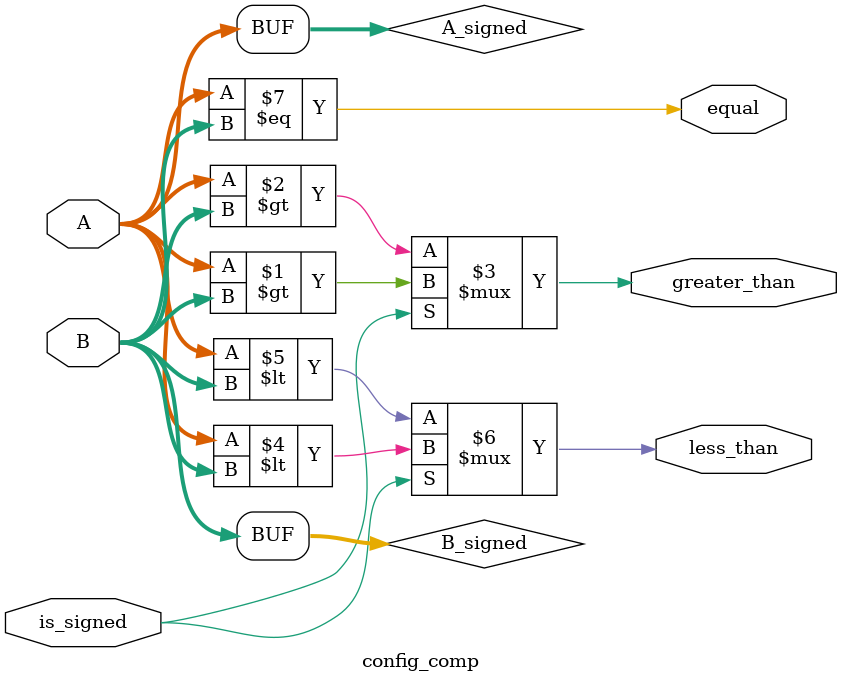
<source format=v>
`timescale 1ns / 1ps


module config_comp#(
parameter WIDTH=4)(
input [WIDTH-1:0]A,
input [WIDTH-1:0]B,
input is_signed,
output greater_than,less_than,equal
    );
wire signed [WIDTH-1:0] A_signed=A;
wire signed [WIDTH-1:0] B_signed=B;

assign greater_than=is_signed?A_signed>B_signed:A>B;
assign less_than=is_signed?A_signed<B_signed:A<B;
assign equal=(A==B);

endmodule

</source>
